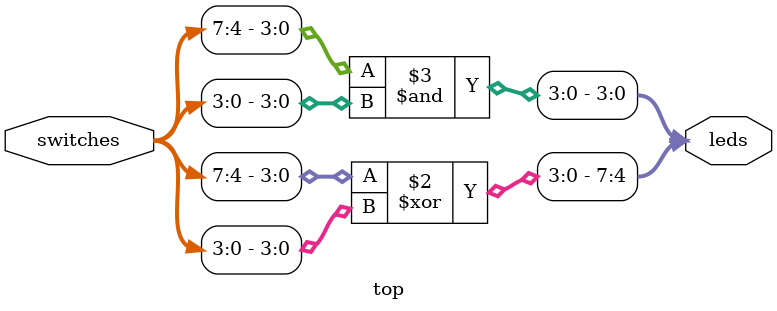
<source format=sv>
module top (input logic [7:0] switches, output logic [7:0] leds);
    
    always_comb begin
        leds[7:4] = switches[7:4]^switches[3:0];
        leds[3:0] = switches[7:4]&switches[3:0];
    end
    
endmodule: top
</source>
